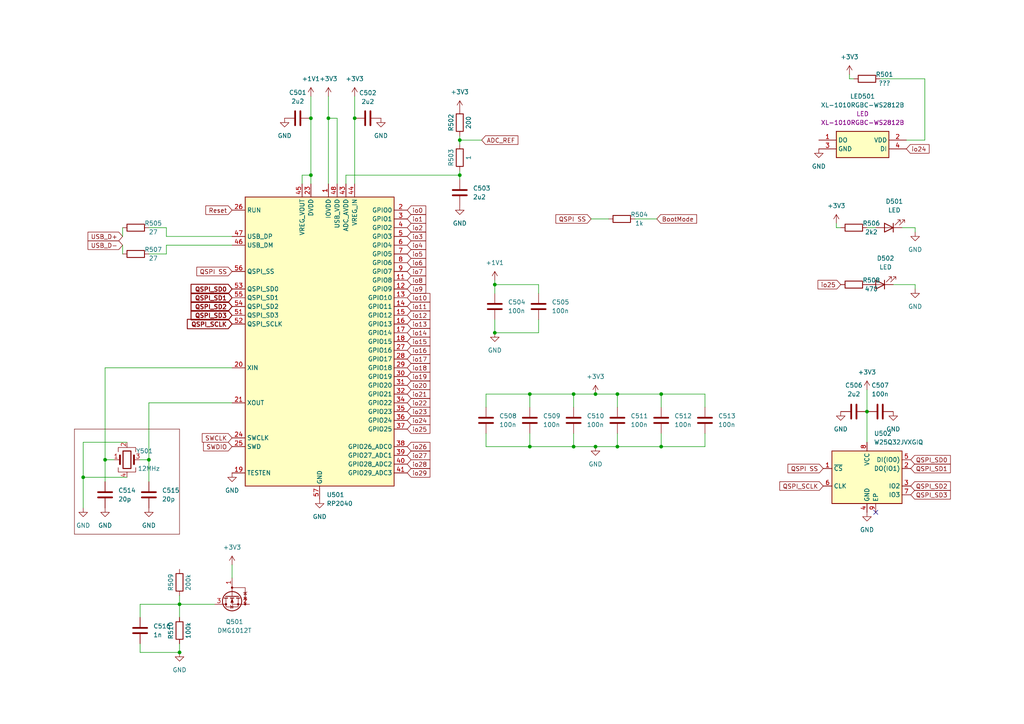
<source format=kicad_sch>
(kicad_sch (version 20211123) (generator eeschema)
  (paper "A4")
  (lib_symbols
    (symbol "Device:C" (pin_numbers hide) (pin_names (offset 0.254))
      (property "Reference" "C" (at 0.635 2.54 0))
      (property "Value" "C" (at 0.635 -2.54 0))
      (symbol "C_0_1"
        (polyline (pts (xy -2.032 -0.762) (xy 2.032 -0.762)) (stroke (width 0.508)))
        (polyline (pts (xy -2.032 0.762) (xy 2.032 0.762)) (stroke (width 0.508)))
      )
      (symbol "C_1_1"
        (pin passive line (at 0 3.81 270) (length 2.794) (name "~") (number "1"))
        (pin passive line (at 0 -3.81 90) (length 2.794) (name "~") (number "2"))
      )
    )
    (symbol "Device:Crystal_GND24" (pin_names (offset 1.016) hide)
      (property "Reference" "Y" (at 3.175 5.08 0))
      (property "Value" "Crystal_GND24" (at 3.175 3.175 0))
      (symbol "Crystal_GND24_0_1"
        (rectangle (start -1.143 2.54) (end 1.143 -2.54) (stroke (width 0.3048)))
        (polyline (pts (xy -2.54 0) (xy -2.032 0)))
        (polyline (pts (xy -2.032 -1.27) (xy -2.032 1.27)) (stroke (width 0.508)))
        (polyline (pts (xy 0 -3.81) (xy 0 -3.556)))
        (polyline (pts (xy 0 3.556) (xy 0 3.81)))
        (polyline (pts (xy 2.032 -1.27) (xy 2.032 1.27)) (stroke (width 0.508)))
        (polyline (pts (xy 2.032 0) (xy 2.54 0)))
        (polyline (pts (xy -2.54 -2.286) (xy -2.54 -3.556) (xy 2.54 -3.556) (xy 2.54 -2.286)))
        (polyline (pts (xy -2.54 2.286) (xy -2.54 3.556) (xy 2.54 3.556) (xy 2.54 2.286)))
      )
      (symbol "Crystal_GND24_1_1"
        (pin passive line (at -3.81 0 0) (length 1.27) (name "1") (number "1"))
        (pin passive line (at 0 5.08 270) (length 1.27) (name "2") (number "2"))
        (pin passive line (at 3.81 0 180) (length 1.27) (name "3") (number "3"))
        (pin passive line (at 0 -5.08 90) (length 1.27) (name "4") (number "4"))
      )
    )
    (symbol "Device:LED" (pin_numbers hide) (pin_names (offset 1.016) hide)
      (property "Reference" "D" (at 0 2.54 0))
      (property "Value" "LED" (at 0 -2.54 0))
      (symbol "LED_0_1"
        (polyline (pts (xy -1.27 -1.27) (xy -1.27 1.27)) (stroke (width 0.254)))
        (polyline (pts (xy -1.27 0) (xy 1.27 0)))
        (polyline (pts (xy 1.27 -1.27) (xy 1.27 1.27) (xy -1.27 0) (xy 1.27 -1.27)) (stroke (width 0.254)))
        (polyline (pts (xy -3.048 -0.762) (xy -4.572 -2.286) (xy -3.81 -2.286) (xy -4.572 -2.286) (xy -4.572 -1.524)))
        (polyline (pts (xy -1.778 -0.762) (xy -3.302 -2.286) (xy -2.54 -2.286) (xy -3.302 -2.286) (xy -3.302 -1.524)))
      )
      (symbol "LED_1_1"
        (pin passive line (at -3.81 0 0) (length 2.54) (name "K") (number "1"))
        (pin passive line (at 3.81 0 180) (length 2.54) (name "A") (number "2"))
      )
    )
    (symbol "Device:R" (pin_numbers hide) (pin_names (offset 0))
      (property "Reference" "R" (at 2.032 0 90))
      (property "Value" "R" (at 0 0 90))
      (symbol "R_0_1"
        (rectangle (start -1.016 -2.54) (end 1.016 2.54) (stroke (width 0.254)))
      )
      (symbol "R_1_1"
        (pin passive line (at 0 3.81 270) (length 1.27) (name "~") (number "1"))
        (pin passive line (at 0 -3.81 90) (length 1.27) (name "~") (number "2"))
      )
    )
    (symbol "MCU_RaspberryPi:RP2040"
      (property "Reference" "U" (at 17.78 45.72 0))
      (property "Value" "RP2040" (at 17.78 43.18 0))
      (symbol "RP2040_0_1"
        (rectangle (start -21.59 41.91) (end 21.59 -41.91) (stroke (width 0.254)) (fill (type background)))
      )
      (symbol "RP2040_1_1"
        (pin power_in line (at 2.54 45.72 270) (length 3.81) (name "IOVDD") (number "1"))
        (pin passive line (at 2.54 45.72 270) (length 3.81) hide (name "IOVDD") (number "10"))
        (pin bidirectional line (at 25.4 17.78 180) (length 3.81) (name "GPIO8") (number "11"))
        (pin bidirectional line (at 25.4 15.24 180) (length 3.81) (name "GPIO9") (number "12"))
        (pin bidirectional line (at 25.4 12.7 180) (length 3.81) (name "GPIO10") (number "13"))
        (pin bidirectional line (at 25.4 10.16 180) (length 3.81) (name "GPIO11") (number "14"))
        (pin bidirectional line (at 25.4 7.62 180) (length 3.81) (name "GPIO12") (number "15"))
        (pin bidirectional line (at 25.4 5.08 180) (length 3.81) (name "GPIO13") (number "16"))
        (pin bidirectional line (at 25.4 2.54 180) (length 3.81) (name "GPIO14") (number "17"))
        (pin bidirectional line (at 25.4 0 180) (length 3.81) (name "GPIO15") (number "18"))
        (pin input line (at -25.4 -38.1 0) (length 3.81) (name "TESTEN") (number "19"))
        (pin bidirectional line (at 25.4 38.1 180) (length 3.81) (name "GPIO0") (number "2"))
        (pin input line (at -25.4 -7.62 0) (length 3.81) (name "XIN") (number "20"))
        (pin passive line (at -25.4 -17.78 0) (length 3.81) (name "XOUT") (number "21"))
        (pin passive line (at 2.54 45.72 270) (length 3.81) hide (name "IOVDD") (number "22"))
        (pin power_in line (at -2.54 45.72 270) (length 3.81) (name "DVDD") (number "23"))
        (pin output line (at -25.4 -27.94 0) (length 3.81) (name "SWCLK") (number "24"))
        (pin bidirectional line (at -25.4 -30.48 0) (length 3.81) (name "SWD") (number "25"))
        (pin input line (at -25.4 38.1 0) (length 3.81) (name "RUN") (number "26"))
        (pin bidirectional line (at 25.4 -2.54 180) (length 3.81) (name "GPIO16") (number "27"))
        (pin bidirectional line (at 25.4 -5.08 180) (length 3.81) (name "GPIO17") (number "28"))
        (pin bidirectional line (at 25.4 -7.62 180) (length 3.81) (name "GPIO18") (number "29"))
        (pin bidirectional line (at 25.4 35.56 180) (length 3.81) (name "GPIO1") (number "3"))
        (pin bidirectional line (at 25.4 -10.16 180) (length 3.81) (name "GPIO19") (number "30"))
        (pin bidirectional line (at 25.4 -12.7 180) (length 3.81) (name "GPIO20") (number "31"))
        (pin bidirectional line (at 25.4 -15.24 180) (length 3.81) (name "GPIO21") (number "32"))
        (pin passive line (at 2.54 45.72 270) (length 3.81) hide (name "IOVDD") (number "33"))
        (pin bidirectional line (at 25.4 -17.78 180) (length 3.81) (name "GPIO22") (number "34"))
        (pin bidirectional line (at 25.4 -20.32 180) (length 3.81) (name "GPIO23") (number "35"))
        (pin bidirectional line (at 25.4 -22.86 180) (length 3.81) (name "GPIO24") (number "36"))
        (pin bidirectional line (at 25.4 -25.4 180) (length 3.81) (name "GPIO25") (number "37"))
        (pin bidirectional line (at 25.4 -30.48 180) (length 3.81) (name "GPIO26_ADC0") (number "38"))
        (pin bidirectional line (at 25.4 -33.02 180) (length 3.81) (name "GPIO27_ADC1") (number "39"))
        (pin bidirectional line (at 25.4 33.02 180) (length 3.81) (name "GPIO2") (number "4"))
        (pin bidirectional line (at 25.4 -35.56 180) (length 3.81) (name "GPIO28_ADC2") (number "40"))
        (pin bidirectional line (at 25.4 -38.1 180) (length 3.81) (name "GPIO29_ADC3") (number "41"))
        (pin passive line (at 2.54 45.72 270) (length 3.81) hide (name "IOVDD") (number "42"))
        (pin power_in line (at 7.62 45.72 270) (length 3.81) (name "ADC_AVDD") (number "43"))
        (pin power_in line (at 10.16 45.72 270) (length 3.81) (name "VREG_IN") (number "44"))
        (pin power_out line (at -5.08 45.72 270) (length 3.81) (name "VREG_VOUT") (number "45"))
        (pin bidirectional line (at -25.4 27.94 0) (length 3.81) (name "USB_DM") (number "46"))
        (pin bidirectional line (at -25.4 30.48 0) (length 3.81) (name "USB_DP") (number "47"))
        (pin power_in line (at 5.08 45.72 270) (length 3.81) (name "USB_VDD") (number "48"))
        (pin passive line (at 2.54 45.72 270) (length 3.81) hide (name "IOVDD") (number "49"))
        (pin bidirectional line (at 25.4 30.48 180) (length 3.81) (name "GPIO3") (number "5"))
        (pin passive line (at -2.54 45.72 270) (length 3.81) hide (name "DVDD") (number "50"))
        (pin bidirectional line (at -25.4 7.62 0) (length 3.81) (name "QSPI_SD3") (number "51"))
        (pin output line (at -25.4 5.08 0) (length 3.81) (name "QSPI_SCLK") (number "52"))
        (pin bidirectional line (at -25.4 15.24 0) (length 3.81) (name "QSPI_SD0") (number "53"))
        (pin bidirectional line (at -25.4 10.16 0) (length 3.81) (name "QSPI_SD2") (number "54"))
        (pin bidirectional line (at -25.4 12.7 0) (length 3.81) (name "QSPI_SD1") (number "55"))
        (pin bidirectional line (at -25.4 20.32 0) (length 3.81) (name "QSPI_SS") (number "56"))
        (pin power_in line (at 0 -45.72 90) (length 3.81) (name "GND") (number "57"))
        (pin bidirectional line (at 25.4 27.94 180) (length 3.81) (name "GPIO4") (number "6"))
        (pin bidirectional line (at 25.4 25.4 180) (length 3.81) (name "GPIO5") (number "7"))
        (pin bidirectional line (at 25.4 22.86 180) (length 3.81) (name "GPIO6") (number "8"))
        (pin bidirectional line (at 25.4 20.32 180) (length 3.81) (name "GPIO7") (number "9"))
      )
    )
    (symbol "Memory_Flash:W25Q32JVZP"
      (property "Reference" "U" (at -8.89 8.89 0))
      (property "Value" "W25Q32JVZP" (at 7.62 8.89 0))
      (symbol "W25Q32JVZP_0_1"
        (rectangle (start -10.16 7.62) (end 10.16 -7.62) (stroke (width 0.254)) (fill (type background)))
      )
      (symbol "W25Q32JVZP_1_1"
        (pin input line (at -12.7 2.54 0) (length 2.54) (name "~{CS}") (number "1"))
        (pin bidirectional line (at 12.7 2.54 180) (length 2.54) (name "DO(IO1)") (number "2"))
        (pin bidirectional line (at 12.7 -2.54 180) (length 2.54) (name "IO2") (number "3"))
        (pin power_in line (at 0 -10.16 90) (length 2.54) (name "GND") (number "4"))
        (pin bidirectional line (at 12.7 5.08 180) (length 2.54) (name "DI(IO0)") (number "5"))
        (pin input line (at -12.7 -2.54 0) (length 2.54) (name "CLK") (number "6"))
        (pin bidirectional line (at 12.7 -5.08 180) (length 2.54) (name "IO3") (number "7"))
        (pin power_in line (at 0 10.16 270) (length 2.54) (name "VCC") (number "8"))
        (pin passive line (at 2.54 -10.16 90) (length 2.54) (name "EP") (number "9"))
      )
    )
    (symbol "Transistor_FET:DMG1012T" (pin_names (offset 0) hide)
      (property "Reference" "Q" (at 5.08 1.905 0))
      (property "Value" "DMG1012T" (at 5.08 0 0))
      (symbol "DMG1012T_0_1"
        (polyline (pts (xy 2.54 -3.81) (xy -2.286 -3.81) (xy -2.286 0)))
      )
      (symbol "DMG1012T_1_1"
        (circle (center -2.286 0) (radius 0.254) (fill (type outline)))
        (polyline (pts (xy 0.254 0) (xy -2.54 0)))
        (polyline (pts (xy 0.254 1.905) (xy 0.254 -1.905)) (stroke (width 0.254)))
        (polyline (pts (xy 0.762 -1.27) (xy 0.762 -2.286)) (stroke (width 0.254)))
        (polyline (pts (xy 0.762 0.508) (xy 0.762 -0.508)) (stroke (width 0.254)))
        (polyline (pts (xy 0.762 2.286) (xy 0.762 1.27)) (stroke (width 0.254)))
        (polyline (pts (xy 2.54 2.54) (xy 2.54 1.778)))
        (polyline (pts (xy 2.54 -2.54) (xy 2.54 0) (xy 0.762 0)))
        (polyline (pts (xy -1.016 -4.318) (xy -0.889 -4.191) (xy -0.889 -3.429) (xy -0.762 -3.302)))
        (polyline (pts (xy -0.889 -3.81) (xy -0.254 -4.191) (xy -0.254 -3.429) (xy -0.889 -3.81)))
        (polyline (pts (xy 0.762 -1.778) (xy 3.302 -1.778) (xy 3.302 1.778) (xy 0.762 1.778)))
        (polyline (pts (xy 1.016 0) (xy 2.032 0.381) (xy 2.032 -0.381) (xy 1.016 0)) (fill (type outline)))
        (polyline (pts (xy 1.143 -3.81) (xy 0.508 -3.429) (xy 0.508 -4.191) (xy 1.143 -3.81)))
        (polyline (pts (xy 1.27 -3.302) (xy 1.143 -3.429) (xy 1.143 -4.191) (xy 1.016 -4.318)))
        (polyline (pts (xy 2.794 0.508) (xy 2.921 0.381) (xy 3.683 0.381) (xy 3.81 0.254)))
        (polyline (pts (xy 3.302 0.381) (xy 2.921 -0.254) (xy 3.683 -0.254) (xy 3.302 0.381)))
        (circle (center 1.651 0) (radius 2.794) (stroke (width 0.254)))
        (circle (center 2.54 -3.81) (radius 0.254) (fill (type outline)))
        (circle (center 2.54 -1.778) (radius 0.254) (fill (type outline)))
        (circle (center 2.54 1.778) (radius 0.254) (fill (type outline)))
        (pin input line (at -5.08 0 0) (length 2.54) (name "G") (number "1"))
        (pin passive line (at 2.54 -5.08 90) (length 2.54) (name "S") (number "2"))
        (pin passive line (at 2.54 5.08 270) (length 2.54) (name "D") (number "3"))
      )
    )
    (symbol "XL-1010RGBC-WS2812B:XL-1010RGBC-WS2812B"
      (property "Value" "XL-1010RGBC-WS2812B" (at 0 0 0))
      (property "Reference_1" "LED" (at 21.59 7.62 0))
      (property "Value_1" "XL-1010RGBC-WS2812B" (at 21.59 5.08 0))
      (symbol "XL-1010RGBC-WS2812B_1_1"
        (rectangle (start 5.08 2.54) (end 20.32 -5.08) (stroke (width 0.254)) (fill (type background)))
        (pin passive line (at 0 0 0) (length 5.08) (name "DO") (number "1"))
        (pin passive line (at 25.4 0 180) (length 5.08) (name "VDD") (number "2"))
        (pin passive line (at 0 -2.54 0) (length 5.08) (name "GND") (number "3"))
        (pin passive line (at 25.4 -2.54 180) (length 5.08) (name "DI") (number "4"))
      )
    )
    (symbol "power:+1V1" (power) (pin_names (offset 0))
      (property "Value" "+1V1" (at 0 3.556 0))
      (symbol "+1V1_0_1"
        (polyline (pts (xy -0.762 1.27) (xy 0 2.54)))
        (polyline (pts (xy 0 0) (xy 0 2.54)))
        (polyline (pts (xy 0 2.54) (xy 0.762 1.27)))
      )
      (symbol "+1V1_1_1"
        (pin power_in line (at 0 0 90) (length 0) hide (name "+1V1") (number "1"))
      )
    )
    (symbol "power:+3V3" (power) (pin_names (offset 0))
      (property "Value" "+3V3" (at 0 3.556 0))
      (symbol "+3V3_0_1"
        (polyline (pts (xy -0.762 1.27) (xy 0 2.54)))
        (polyline (pts (xy 0 0) (xy 0 2.54)))
        (polyline (pts (xy 0 2.54) (xy 0.762 1.27)))
      )
      (symbol "+3V3_1_1"
        (pin power_in line (at 0 0 90) (length 0) hide (name "+3V3") (number "1"))
      )
    )
    (symbol "power:GND" (power) (pin_names (offset 0))
      (property "Value" "GND" (at 0 -3.81 0))
      (symbol "GND_0_1"
        (polyline (pts (xy 0 0) (xy 0 -1.27) (xy 1.27 -1.27) (xy 0 -2.54) (xy -1.27 -1.27) (xy 0 -1.27)))
      )
      (symbol "GND_1_1"
        (pin power_in line (at 0 0 270) (length 0) hide (name "GND") (number "1"))
      )
    )
  )
  (junction (at 166.37 114.3))
  (junction (at 52.07 189.23))
  (junction (at 143.51 82.55))
  (junction (at 133.35 40.64))
  (junction (at 191.77 114.3))
  (junction (at 172.72 114.3))
  (junction (at 153.67 129.54))
  (junction (at 95.25 34.29))
  (junction (at 133.35 50.8))
  (junction (at 90.17 34.29))
  (junction (at 102.87 34.29))
  (junction (at 166.37 129.54))
  (junction (at 90.17 50.8))
  (junction (at 179.07 114.3))
  (junction (at 153.67 114.3))
  (junction (at 24.13 138.43))
  (junction (at 191.77 129.54))
  (junction (at 179.07 129.54))
  (junction (at 30.48 133.35))
  (junction (at 172.72 129.54))
  (junction (at 143.51 96.52))
  (junction (at 52.07 175.26))
  (junction (at 43.18 133.35))
  (junction (at 251.46 119.38))
  (no_connect (at 254 148.59))
  (wire (pts (xy 48.26 71.12) (xy 67.31 71.12)))
  (wire (pts (xy 67.31 106.68) (xy 30.48 106.68)))
  (wire (pts (xy 259.08 82.55) (xy 265.43 82.55)))
  (wire (pts (xy 204.47 114.3) (xy 191.77 114.3)))
  (wire (pts (xy 153.67 129.54) (xy 166.37 129.54)))
  (wire (pts (xy 62.23 175.26) (xy 52.07 175.26)))
  (wire (pts (xy 156.21 96.52) (xy 143.51 96.52)))
  (wire (pts (xy 255.27 22.86) (xy 268.2355 22.86)))
  (wire (pts (xy 268.2355 22.86) (xy 268.2355 40.64)))
  (wire (pts (xy 133.35 49.53) (xy 133.35 50.8)))
  (wire (pts (xy 204.47 118.11) (xy 204.47 114.3)))
  (wire (pts (xy 191.77 125.73) (xy 191.77 129.54)))
  (wire (pts (xy 97.79 53.34) (xy 97.79 34.29)))
  (wire (pts (xy 67.31 116.84) (xy 43.18 116.84)))
  (wire (pts (xy 102.87 27.94) (xy 102.87 34.29)))
  (wire (pts (xy 52.07 175.26) (xy 52.07 172.72)))
  (wire (pts (xy 254 66.04) (xy 251.46 66.04)))
  (wire (pts (xy 30.48 133.35) (xy 33.02 133.35)))
  (wire (pts (xy 143.51 82.55) (xy 143.51 85.09)))
  (wire (pts (xy 90.17 50.8) (xy 87.63 50.8)))
  (polyline (pts (xy 21.59 124.46) (xy 21.59 154.94)) (stroke (width 0) (type solid) (color 127 31 31 1)))
  (wire (pts (xy 191.77 114.3) (xy 191.77 118.11)))
  (wire (pts (xy 43.18 73.66) (xy 48.26 73.66)))
  (wire (pts (xy 179.07 114.3) (xy 179.07 118.11)))
  (wire (pts (xy 166.37 125.73) (xy 166.37 129.54)))
  (wire (pts (xy 261.62 66.04) (xy 265.43 66.04)))
  (wire (pts (xy 265.43 82.55) (xy 265.43 83.82)))
  (wire (pts (xy 67.31 163.83) (xy 67.31 167.64)))
  (wire (pts (xy 90.17 34.29) (xy 90.17 50.8)))
  (wire (pts (xy 191.77 129.54) (xy 204.47 129.54)))
  (wire (pts (xy 140.97 118.11) (xy 140.97 114.3)))
  (polyline (pts (xy 21.59 124.46) (xy 52.07 124.46)) (stroke (width 0) (type solid) (color 127 31 31 1)))
  (wire (pts (xy 100.33 50.8) (xy 133.35 50.8)))
  (wire (pts (xy 87.63 50.8) (xy 87.63 53.34)))
  (wire (pts (xy 133.35 39.37) (xy 133.35 40.64)))
  (wire (pts (xy 40.64 189.23) (xy 52.07 189.23)))
  (wire (pts (xy 246.38 22.86) (xy 247.65 22.86)))
  (wire (pts (xy 100.33 50.8) (xy 100.33 53.34)))
  (wire (pts (xy 35.56 71.12) (xy 35.56 73.66)))
  (wire (pts (xy 43.18 66.04) (xy 48.26 66.04)))
  (wire (pts (xy 172.72 129.54) (xy 179.07 129.54)))
  (wire (pts (xy 171.45 63.5) (xy 176.53 63.5)))
  (wire (pts (xy 48.26 66.04) (xy 48.26 68.58)))
  (wire (pts (xy 48.26 73.66) (xy 48.26 71.12)))
  (wire (pts (xy 24.13 128.27) (xy 24.13 138.43)))
  (wire (pts (xy 102.87 34.29) (xy 102.87 53.34)))
  (wire (pts (xy 30.48 133.35) (xy 30.48 139.7)))
  (wire (pts (xy 179.07 125.73) (xy 179.07 129.54)))
  (wire (pts (xy 133.35 50.8) (xy 133.35 52.07)))
  (wire (pts (xy 36.83 138.43) (xy 24.13 138.43)))
  (wire (pts (xy 36.83 128.27) (xy 24.13 128.27)))
  (wire (pts (xy 90.17 50.8) (xy 90.17 53.34)))
  (wire (pts (xy 48.26 68.58) (xy 67.31 68.58)))
  (wire (pts (xy 242.57 66.04) (xy 243.84 66.04)))
  (wire (pts (xy 265.43 66.04) (xy 265.43 67.31)))
  (wire (pts (xy 40.64 175.26) (xy 52.07 175.26)))
  (wire (pts (xy 133.35 40.64) (xy 139.7 40.64)))
  (wire (pts (xy 172.72 114.3) (xy 179.07 114.3)))
  (wire (pts (xy 24.13 138.43) (xy 24.13 147.32)))
  (wire (pts (xy 52.07 175.26) (xy 52.07 179.07)))
  (wire (pts (xy 133.35 40.64) (xy 133.35 41.91)))
  (polyline (pts (xy 52.07 154.94) (xy 52.07 124.46)) (stroke (width 0) (type solid) (color 127 31 31 1)))
  (wire (pts (xy 166.37 114.3) (xy 172.72 114.3)))
  (wire (pts (xy 153.67 114.3) (xy 153.67 118.11)))
  (wire (pts (xy 97.79 34.29) (xy 95.25 34.29)))
  (wire (pts (xy 246.38 21.59) (xy 246.38 22.86)))
  (wire (pts (xy 140.97 129.54) (xy 153.67 129.54)))
  (wire (pts (xy 143.51 81.28) (xy 143.51 82.55)))
  (wire (pts (xy 251.46 119.38) (xy 251.46 128.27)))
  (wire (pts (xy 95.25 27.94) (xy 95.25 34.29)))
  (wire (pts (xy 40.64 179.07) (xy 40.64 175.26)))
  (wire (pts (xy 204.47 129.54) (xy 204.47 125.73)))
  (wire (pts (xy 156.21 82.55) (xy 143.51 82.55)))
  (wire (pts (xy 153.67 114.3) (xy 166.37 114.3)))
  (wire (pts (xy 179.07 114.3) (xy 191.77 114.3)))
  (polyline (pts (xy 21.59 154.94) (xy 52.07 154.94)) (stroke (width 0) (type solid) (color 127 31 31 1)))
  (wire (pts (xy 153.67 125.73) (xy 153.67 129.54)))
  (wire (pts (xy 140.97 125.73) (xy 140.97 129.54)))
  (wire (pts (xy 95.25 34.29) (xy 95.25 53.34)))
  (wire (pts (xy 52.07 189.23) (xy 52.07 186.69)))
  (wire (pts (xy 140.97 114.3) (xy 153.67 114.3)))
  (wire (pts (xy 43.18 116.84) (xy 43.18 133.35)))
  (wire (pts (xy 40.64 133.35) (xy 43.18 133.35)))
  (wire (pts (xy 242.57 64.77) (xy 242.57 66.04)))
  (wire (pts (xy 166.37 129.54) (xy 172.72 129.54)))
  (wire (pts (xy 143.51 96.52) (xy 143.51 92.71)))
  (wire (pts (xy 156.21 92.71) (xy 156.21 96.52)))
  (wire (pts (xy 184.15 63.5) (xy 190.5 63.5)))
  (wire (pts (xy 90.17 27.94) (xy 90.17 34.29)))
  (wire (pts (xy 166.37 114.3) (xy 166.37 118.11)))
  (wire (pts (xy 35.56 66.04) (xy 35.56 68.58)))
  (wire (pts (xy 179.07 129.54) (xy 191.77 129.54)))
  (wire (pts (xy 251.46 113.03) (xy 251.46 119.38)))
  (wire (pts (xy 268.2355 40.64) (xy 262.89 40.64)))
  (wire (pts (xy 156.21 85.09) (xy 156.21 82.55)))
  (wire (pts (xy 30.48 106.68) (xy 30.48 133.35)))
  (wire (pts (xy 43.18 133.35) (xy 43.18 139.7)))
  (wire (pts (xy 40.64 186.69) (xy 40.64 189.23)))
  (global_label "io5" (shape input) (at 118.11 73.66 0) (property "Intersheet References" "${INTERSHEET_REFS}" (effects hide)))
  (global_label "QSPI_SD3" (shape input) (at 67.31 91.44 180) (effects (font (thickness 0.254) bold)) (property "Intersheet References" "${INTERSHEET_REFS}" (effects hide)))
  (global_label "SWCLK" (shape input) (at 67.31 127 180) (property "Intersheet References" "${INTERSHEET_REFS}" (effects hide)))
  (global_label "io13" (shape input) (at 118.11 93.98 0) (property "Intersheet References" "${INTERSHEET_REFS}" (effects hide)))
  (global_label "io27" (shape input) (at 118.11 132.08 0) (property "Intersheet References" "${INTERSHEET_REFS}" (effects hide)))
  (global_label "Reset" (shape input) (at 67.31 60.96 180) (property "Intersheet References" "${INTERSHEET_REFS}" (effects hide)))
  (global_label "io7" (shape input) (at 118.11 78.74 0) (property "Intersheet References" "${INTERSHEET_REFS}" (effects hide)))
  (global_label "io29" (shape input) (at 118.11 137.16 0) (property "Intersheet References" "${INTERSHEET_REFS}" (effects hide)))
  (global_label "io11" (shape input) (at 118.11 88.9 0) (property "Intersheet References" "${INTERSHEET_REFS}" (effects hide)))
  (global_label "io24" (shape input) (at 118.11 121.92 0) (property "Intersheet References" "${INTERSHEET_REFS}" (effects hide)))
  (global_label "io23" (shape input) (at 118.11 119.38 0) (property "Intersheet References" "${INTERSHEET_REFS}" (effects hide)))
  (global_label "QSPI_SD3" (shape input) (at 264.16 143.51 0) (property "Intersheet References" "${INTERSHEET_REFS}" (effects hide)))
  (global_label "io4" (shape input) (at 118.11 71.12 0) (property "Intersheet References" "${INTERSHEET_REFS}" (effects hide)))
  (global_label "io14" (shape input) (at 118.11 96.52 0) (property "Intersheet References" "${INTERSHEET_REFS}" (effects hide)))
  (global_label "io25" (shape input) (at 243.84 82.55 180) (property "Intersheet References" "${INTERSHEET_REFS}" (effects hide)))
  (global_label "io9" (shape input) (at 118.11 83.82 0) (property "Intersheet References" "${INTERSHEET_REFS}" (effects hide)))
  (global_label "QSPI_SD0" (shape input) (at 264.16 133.35 0) (property "Intersheet References" "${INTERSHEET_REFS}" (effects hide)))
  (global_label "io28" (shape input) (at 118.11 134.62 0) (property "Intersheet References" "${INTERSHEET_REFS}" (effects hide)))
  (global_label "QSPI_SD2" (shape input) (at 67.31 88.9 180) (effects (font (thickness 0.254) bold)) (property "Intersheet References" "${INTERSHEET_REFS}" (effects hide)))
  (global_label "QSPI SS" (shape input) (at 171.45 63.5 180) (property "Intersheet References" "${INTERSHEET_REFS}" (effects hide)))
  (global_label "io16" (shape input) (at 118.11 101.6 0) (property "Intersheet References" "${INTERSHEET_REFS}" (effects hide)))
  (global_label "io10" (shape input) (at 118.11 86.36 0) (property "Intersheet References" "${INTERSHEET_REFS}" (effects hide)))
  (global_label "io22" (shape input) (at 118.11 116.84 0) (property "Intersheet References" "${INTERSHEET_REFS}" (effects hide)))
  (global_label "io6" (shape input) (at 118.11 76.2 0) (property "Intersheet References" "${INTERSHEET_REFS}" (effects hide)))
  (global_label "io20" (shape input) (at 118.11 111.76 0) (property "Intersheet References" "${INTERSHEET_REFS}" (effects hide)))
  (global_label "io2" (shape input) (at 118.11 66.04 0) (property "Intersheet References" "${INTERSHEET_REFS}" (effects hide)))
  (global_label "io19" (shape input) (at 118.11 109.22 0) (property "Intersheet References" "${INTERSHEET_REFS}" (effects hide)))
  (global_label "io26" (shape input) (at 118.11 129.54 0) (property "Intersheet References" "${INTERSHEET_REFS}" (effects hide)))
  (global_label "ADC_REF" (shape input) (at 139.7 40.64 0) (property "Intersheet References" "${INTERSHEET_REFS}" (effects hide)))
  (global_label "io18" (shape input) (at 118.11 106.68 0) (property "Intersheet References" "${INTERSHEET_REFS}" (effects hide)))
  (global_label "QSPI_SCLK" (shape input) (at 67.31 93.98 180) (effects (font (thickness 0.254) bold)) (property "Intersheet References" "${INTERSHEET_REFS}" (effects hide)))
  (global_label "QSPI SS" (shape input) (at 67.31 78.74 180) (property "Intersheet References" "${INTERSHEET_REFS}" (effects hide)))
  (global_label "QSPI_SCLK" (shape input) (at 238.76 140.97 180) (property "Intersheet References" "${INTERSHEET_REFS}" (effects hide)))
  (global_label "io15" (shape input) (at 118.11 99.06 0) (property "Intersheet References" "${INTERSHEET_REFS}" (effects hide)))
  (global_label "USB_D+" (shape input) (at 35.56 68.58 180) (property "Intersheet References" "${INTERSHEET_REFS}" (effects hide)))
  (global_label "QSPI_SD1" (shape input) (at 264.16 135.89 0) (property "Intersheet References" "${INTERSHEET_REFS}" (effects hide)))
  (global_label "io21" (shape input) (at 118.11 114.3 0) (property "Intersheet References" "${INTERSHEET_REFS}" (effects hide)))
  (global_label "BootMode" (shape input) (at 190.5 63.5 0) (property "Intersheet References" "${INTERSHEET_REFS}" (effects hide)))
  (global_label "QSPI SS" (shape input) (at 238.76 135.89 180) (property "Intersheet References" "${INTERSHEET_REFS}" (effects hide)))
  (global_label "USB_D-" (shape input) (at 35.56 71.12 180) (property "Intersheet References" "${INTERSHEET_REFS}" (effects hide)))
  (global_label "io1" (shape input) (at 118.11 63.5 0) (property "Intersheet References" "${INTERSHEET_REFS}" (effects hide)))
  (global_label "QSPI_SD0" (shape input) (at 67.31 83.82 180) (effects (font (thickness 0.254) bold)) (property "Intersheet References" "${INTERSHEET_REFS}" (effects hide)))
  (global_label "QSPI_SD1" (shape input) (at 67.31 86.36 180) (effects (font (thickness 0.254) bold)) (property "Intersheet References" "${INTERSHEET_REFS}" (effects hide)))
  (global_label "io3" (shape input) (at 118.11 68.58 0) (property "Intersheet References" "${INTERSHEET_REFS}" (effects hide)))
  (global_label "io25" (shape input) (at 118.11 124.46 0) (property "Intersheet References" "${INTERSHEET_REFS}" (effects hide)))
  (global_label "SWDIO" (shape input) (at 67.31 129.54 180) (property "Intersheet References" "${INTERSHEET_REFS}" (effects hide)))
  (global_label "io17" (shape input) (at 118.11 104.14 0) (property "Intersheet References" "${INTERSHEET_REFS}" (effects hide)))
  (global_label "io8" (shape input) (at 118.11 81.28 0) (property "Intersheet References" "${INTERSHEET_REFS}" (effects hide)))
  (global_label "io24" (shape input) (at 262.89 43.18 0) (property "Intersheet References" "${INTERSHEET_REFS}" (effects hide)))
  (global_label "io0" (shape input) (at 118.11 60.96 0) (property "Intersheet References" "${INTERSHEET_REFS}" (effects hide)))
  (global_label "io12" (shape input) (at 118.11 91.44 0) (property "Intersheet References" "${INTERSHEET_REFS}" (effects hide)))
  (global_label "QSPI_SD2" (shape input) (at 264.16 140.97 0) (property "Intersheet References" "${INTERSHEET_REFS}" (effects hide)))
  (symbol (lib_id "Device:R") (at 247.65 66.04 90) (unit 1)
    (property "Reference" "R506" (at 252.73 64.77 90))
    (property "Value" "2k2" (at 252.73 67.31 90))
    (property "Footprint" "Resistor_SMD:R_0402_1005Metric" (effects hide))
  )
  (symbol (lib_id "power:+3V3") (at 67.31 163.83 0) (unit 1)
    (property "Reference" "#PWR0526" (effects hide))
    (property "Value" "+3V3" (at 67.31 158.75 0))
  )
  (symbol (lib_id "Memory_Flash:W25Q32JVZP") (at 251.46 138.43 0) (unit 1)
    (property "Reference" "U502" (at 253.4794 125.73 0) (effects (justify left)))
    (property "Value" "W25Q32JVXGIQ" (at 253.4794 128.27 0) (effects (justify left)))
    (property "Footprint" "tinker:SON80P400X400X50-9N" (effects hide))
    (property "Datasheet" "http://www.winbond.com/resource-files/w25q32jv%20revg%2003272018%20plus.pdf" (effects hide))
  )
  (symbol (lib_id "power:GND") (at 237.49 43.18 0) (unit 1)
    (property "Reference" "#PWR0508" (effects hide))
    (property "Value" "GND" (at 237.49 48.26 0))
  )
  (symbol (lib_id "power:+3V3") (at 95.25 27.94 0) (unit 1)
    (property "Reference" "#PWR0503" (effects hide))
    (property "Value" "+3V3" (at 95.25 22.86 0))
  )
  (symbol (lib_id "Device:R") (at 39.37 66.04 90) (unit 1)
    (property "Reference" "R505" (at 44.45 64.77 90))
    (property "Value" "27" (at 44.45 67.31 90))
    (property "Footprint" "Resistor_SMD:R_0402_1005Metric" (effects hide))
  )
  (symbol (lib_id "power:GND") (at 24.13 147.32 0) (unit 1)
    (property "Reference" "#PWR0522" (effects hide))
    (property "Value" "GND" (at 24.13 152.4 0))
  )
  (symbol (lib_id "power:GND") (at 243.84 119.38 0) (unit 1)
    (property "Reference" "#PWR0517" (effects hide))
    (property "Value" "GND" (at 243.84 124.46 0))
  )
  (symbol (lib_id "power:GND") (at 251.46 148.59 0) (unit 1)
    (property "Reference" "#PWR0525" (effects hide))
    (property "Value" "GND" (at 251.46 153.67 0))
  )
  (symbol (lib_id "Device:C") (at 140.97 121.92 0) (unit 1)
    (property "Reference" "C508" (at 144.78 120.6499 0) (effects (justify left)))
    (property "Value" "100n" (at 144.78 123.1899 0) (effects (justify left)))
    (property "Footprint" "Capacitor_SMD:C_0402_1005Metric" (effects hide))
  )
  (symbol (lib_id "Device:C") (at 191.77 121.92 0) (unit 1)
    (property "Reference" "C512" (at 195.58 120.6499 0) (effects (justify left)))
    (property "Value" "100n" (at 195.58 123.1899 0) (effects (justify left)))
    (property "Footprint" "Capacitor_SMD:C_0402_1005Metric" (effects hide))
  )
  (symbol (lib_id "power:GND") (at 52.07 189.23 0) (unit 1)
    (property "Reference" "#PWR0527" (effects hide))
    (property "Value" "GND" (at 52.07 194.31 0))
  )
  (symbol (lib_id "XL-1010RGBC-WS2812B:XL-1010RGBC-WS2812B") (at 237.49 40.64 0) (unit 1)
    (property "Reference" "LED501" (at 250.19 27.94 0))
    (property "Value" "XL-1010RGBC-WS2812B" (at 250.19 30.48 0))
    (property "Footprint" "tinker:XL1010RGBCWS2812B" (effects hide))
    (property "Reference_1" "LED" (at 250.19 33.02 0))
    (property "Value_1" "XL-1010RGBC-WS2812B" (at 250.19 35.56 0))
    (property "Footprint_1" "XL1010RGBCWS2812B" (effects hide))
    (property "Datasheet_1" "https://datasheet.lcsc.com/lcsc/2301111010_XINGLIGHT-XL-1010RGBC-WS2812B_C5349953.pdf" (effects hide))
    (property "Height" "0.8" (effects hide))
    (property "Manufacturer_Name" "XINGLIGHT" (effects hide))
    (property "Manufacturer_Part_Number" "XL-1010RGBC-WS2812B" (effects hide))
    (property "LCSC" "C5349953" (effects hide))
  )
  (symbol (lib_id "Device:C") (at 204.47 121.92 0) (unit 1)
    (property "Reference" "C513" (at 208.28 120.6499 0) (effects (justify left)))
    (property "Value" "100n" (at 208.28 123.1899 0) (effects (justify left)))
    (property "Footprint" "Capacitor_SMD:C_0402_1005Metric" (effects hide))
  )
  (symbol (lib_id "power:GND") (at 143.51 96.52 0) (unit 1)
    (property "Reference" "#PWR0514" (effects hide))
    (property "Value" "GND" (at 143.51 101.6 0))
  )
  (symbol (lib_id "power:GND") (at 30.48 147.32 0) (unit 1)
    (property "Reference" "#PWR0523" (effects hide))
    (property "Value" "GND" (at 30.48 152.4 0))
  )
  (symbol (lib_id "Device:C") (at 153.67 121.92 0) (unit 1)
    (property "Reference" "C509" (at 157.48 120.6499 0) (effects (justify left)))
    (property "Value" "100n" (at 157.48 123.1899 0) (effects (justify left)))
    (property "Footprint" "Capacitor_SMD:C_0402_1005Metric" (effects hide))
  )
  (symbol (lib_id "Device:R") (at 133.35 35.56 180) (unit 1)
    (property "Reference" "R502" (at 130.81 35.56 90))
    (property "Value" "200" (at 135.89 35.56 90))
    (property "Footprint" "Resistor_SMD:R_0402_1005Metric" (effects hide))
  )
  (symbol (lib_id "power:GND") (at 82.55 34.29 0) (unit 1)
    (property "Reference" "#PWR0506" (effects hide))
    (property "Value" "GND" (at 82.55 39.37 0))
  )
  (symbol (lib_id "Device:C") (at 166.37 121.92 0) (unit 1)
    (property "Reference" "C510" (at 170.18 120.6499 0) (effects (justify left)))
    (property "Value" "100n" (at 170.18 123.1899 0) (effects (justify left)))
    (property "Footprint" "Capacitor_SMD:C_0402_1005Metric" (effects hide))
  )
  (symbol (lib_id "Device:LED") (at 257.81 66.04 180) (unit 1)
    (property "Reference" "D501" (at 259.3975 58.42 0))
    (property "Value" "LED" (at 259.3975 60.96 0))
    (property "Footprint" "LED_SMD:LED_0402_1005Metric" (effects hide))
  )
  (symbol (lib_id "power:GND") (at 92.71 144.78 0) (unit 1)
    (property "Reference" "#PWR0521" (effects hide))
    (property "Value" "GND" (at 92.71 149.86 0))
  )
  (symbol (lib_id "power:+3V3") (at 242.57 64.77 0) (unit 1)
    (property "Reference" "#PWR0510" (effects hide))
    (property "Value" "+3V3" (at 242.57 59.69 0))
  )
  (symbol (lib_id "power:GND") (at 265.43 83.82 0) (unit 1)
    (property "Reference" "#PWR0513" (effects hide))
    (property "Value" "GND" (at 265.43 88.9 0))
  )
  (symbol (lib_id "Device:C") (at 133.35 55.88 180) (unit 1)
    (property "Reference" "C503" (at 137.16 54.6099 0) (effects (justify right)))
    (property "Value" "2u2" (at 137.16 57.1499 0) (effects (justify right)))
    (property "Footprint" "Capacitor_SMD:C_0402_1005Metric" (effects hide))
  )
  (symbol (lib_id "Device:R") (at 133.35 45.72 180) (unit 1)
    (property "Reference" "R503" (at 130.81 45.72 90))
    (property "Value" "1" (at 135.89 45.72 90))
    (property "Footprint" "Resistor_SMD:R_0402_1005Metric" (effects hide))
  )
  (symbol (lib_id "power:+3V3") (at 251.46 113.03 0) (unit 1)
    (property "Reference" "#PWR0515" (effects hide))
    (property "Value" "+3V3" (at 251.46 107.95 0))
  )
  (symbol (lib_id "power:+1V1") (at 90.17 27.94 0) (unit 1)
    (property "Reference" "#PWR0502" (effects hide))
    (property "Value" "+1V1" (at 90.17 22.86 0))
  )
  (symbol (lib_id "power:GND") (at 259.08 119.38 0) (unit 1)
    (property "Reference" "#PWR0518" (effects hide))
    (property "Value" "GND" (at 259.08 124.46 0))
  )
  (symbol (lib_id "Device:R") (at 251.46 22.86 90) (unit 1)
    (property "Reference" "R501" (at 256.54 21.59 90))
    (property "Value" "???" (at 256.54 24.13 90))
    (property "Footprint" "Resistor_SMD:R_0402_1005Metric" (effects hide))
  )
  (symbol (lib_id "Device:R") (at 180.34 63.5 90) (unit 1)
    (property "Reference" "R504" (at 185.42 62.23 90))
    (property "Value" "1k" (at 185.42 64.77 90))
    (property "Footprint" "Resistor_SMD:R_0402_1005Metric" (effects hide))
  )
  (symbol (lib_id "Device:C") (at 156.21 88.9 0) (unit 1)
    (property "Reference" "C505" (at 160.02 87.6299 0) (effects (justify left)))
    (property "Value" "100n" (at 160.02 90.1699 0) (effects (justify left)))
    (property "Footprint" "Capacitor_SMD:C_0402_1005Metric" (effects hide))
  )
  (symbol (lib_id "power:GND") (at 110.49 34.29 0) (unit 1)
    (property "Reference" "#PWR0507" (effects hide))
    (property "Value" "GND" (at 110.49 39.37 0))
  )
  (symbol (lib_id "power:GND") (at 133.35 59.69 0) (unit 1)
    (property "Reference" "#PWR0509" (effects hide))
    (property "Value" "GND" (at 133.35 64.77 0))
  )
  (symbol (lib_id "power:+3V3") (at 172.72 114.3 0) (unit 1)
    (property "Reference" "#PWR0516" (effects hide))
    (property "Value" "+3V3" (at 172.72 109.22 0))
  )
  (symbol (lib_id "Device:R") (at 52.07 182.88 180) (unit 1) (in_bom no) (on_board no)
    (property "Reference" "R510" (at 49.53 182.88 90))
    (property "Value" "100k" (at 54.61 182.88 90))
    (property "Footprint" "Resistor_SMD:R_0402_1005Metric" (effects hide))
  )
  (symbol (lib_id "power:GND") (at 43.18 147.32 0) (unit 1)
    (property "Reference" "#PWR0524" (effects hide))
    (property "Value" "GND" (at 43.18 152.4 0))
  )
  (symbol (lib_id "power:+1V1") (at 143.51 81.28 0) (unit 1)
    (property "Reference" "#PWR0512" (effects hide))
    (property "Value" "+1V1" (at 143.51 76.2 0))
  )
  (symbol (lib_id "power:+3V3") (at 246.38 21.59 0) (unit 1)
    (property "Reference" "#PWR0501" (effects hide))
    (property "Value" "+3V3" (at 246.38 16.51 0))
  )
  (symbol (lib_id "Device:Crystal_GND24") (at 36.83 133.35 0) (unit 1)
    (property "Reference" "Y501" (at 41.91 130.81 0))
    (property "Value" "12MHz" (at 43.18 135.89 0))
    (property "Footprint" "tinker:Crystal_SMD_2016-4Pin_2.0x1.6mm" (effects hide))
    (property "LCSC" "C2932954" (effects hide))
  )
  (symbol (lib_id "Device:C") (at 247.65 119.38 90) (unit 1)
    (property "Reference" "C506" (at 247.65 111.76 90))
    (property "Value" "2u2" (at 247.65 114.3 90))
    (property "Footprint" "Capacitor_SMD:C_0402_1005Metric" (effects hide))
  )
  (symbol (lib_id "Device:R") (at 247.65 82.55 90) (unit 1)
    (property "Reference" "R508" (at 252.73 81.28 90))
    (property "Value" "470" (at 252.73 83.82 90))
    (property "Footprint" "Resistor_SMD:R_0402_1005Metric" (effects hide))
  )
  (symbol (lib_id "Device:C") (at 43.18 143.51 0) (unit 1)
    (property "Reference" "C515" (at 46.99 142.2399 0) (effects (justify left)))
    (property "Value" "20p" (at 46.99 144.7799 0) (effects (justify left)))
    (property "Footprint" "Capacitor_SMD:C_0402_1005Metric" (effects hide))
    (property "LCSC" "C408549 (20pf C325469)" (effects hide))
  )
  (symbol (lib_id "Device:R") (at 52.07 168.91 180) (unit 1) (in_bom no) (on_board no)
    (property "Reference" "R509" (at 49.53 168.91 90))
    (property "Value" "200k" (at 54.61 168.91 90))
    (property "Footprint" "Resistor_SMD:R_0402_1005Metric" (effects hide))
  )
  (symbol (lib_id "power:GND") (at 172.72 129.54 0) (unit 1)
    (property "Reference" "#PWR0519" (effects hide))
    (property "Value" "GND" (at 172.72 134.62 0))
  )
  (symbol (lib_id "MCU_RaspberryPi:RP2040") (at 92.71 99.06 0) (unit 1)
    (property "Reference" "U501" (at 94.7294 143.51 0) (effects (justify left)))
    (property "Value" "RP2040" (at 94.7294 146.05 0) (effects (justify left)))
    (property "Footprint" "Package_DFN_QFN:QFN-56-1EP_7x7mm_P0.4mm_EP3.2x3.2mm_ThermalVias" (effects hide))
    (property "Datasheet" "https://datasheets.raspberrypi.com/rp2040/rp2040-datasheet.pdf" (effects hide))
  )
  (symbol (lib_id "power:+3V3") (at 102.87 27.94 0) (unit 1)
    (property "Reference" "#PWR0504" (effects hide))
    (property "Value" "+3V3" (at 102.87 22.86 0))
  )
  (symbol (lib_id "Device:C") (at 30.48 143.51 0) (unit 1)
    (property "Reference" "C514" (at 34.29 142.2399 0) (effects (justify left)))
    (property "Value" "20p" (at 34.29 144.7799 0) (effects (justify left)))
    (property "Footprint" "Capacitor_SMD:C_0402_1005Metric" (effects hide))
    (property "LCSC" "C408549 (20pf C325469)" (effects hide))
  )
  (symbol (lib_id "Device:C") (at 255.27 119.38 90) (unit 1)
    (property "Reference" "C507" (at 255.27 111.76 90))
    (property "Value" "100n" (at 255.27 114.3 90))
    (property "Footprint" "Capacitor_SMD:C_0402_1005Metric" (effects hide))
  )
  (symbol (lib_id "Device:C") (at 106.68 34.29 90) (unit 1)
    (property "Reference" "C502" (at 106.68 26.9367 90))
    (property "Value" "2u2" (at 106.68 29.4767 90))
    (property "Footprint" "Capacitor_SMD:C_0402_1005Metric" (effects hide))
  )
  (symbol (lib_id "power:+3V3") (at 133.35 31.75 0) (unit 1)
    (property "Reference" "#PWR0505" (effects hide))
    (property "Value" "+3V3" (at 133.35 26.67 0))
  )
  (symbol (lib_id "Device:C") (at 40.64 182.88 0) (unit 1) (in_bom no) (on_board no)
    (property "Reference" "C516" (at 44.45 181.6099 0) (effects (justify left)))
    (property "Value" "1n" (at 44.45 184.1499 0) (effects (justify left)))
    (property "Footprint" "Capacitor_SMD:C_0402_1005Metric" (effects hide))
  )
  (symbol (lib_id "Device:C") (at 179.07 121.92 0) (unit 1)
    (property "Reference" "C511" (at 182.88 120.6499 0) (effects (justify left)))
    (property "Value" "100n" (at 182.88 123.1899 0) (effects (justify left)))
    (property "Footprint" "Capacitor_SMD:C_0402_1005Metric" (effects hide))
  )
  (symbol (lib_id "Device:C") (at 143.51 88.9 0) (unit 1)
    (property "Reference" "C504" (at 147.32 87.6299 0) (effects (justify left)))
    (property "Value" "100n" (at 147.32 90.1699 0) (effects (justify left)))
    (property "Footprint" "Capacitor_SMD:C_0402_1005Metric" (effects hide))
  )
  (symbol (lib_id "power:GND") (at 265.43 67.31 0) (unit 1)
    (property "Reference" "#PWR0511" (effects hide))
    (property "Value" "GND" (at 265.43 72.39 0))
  )
  (symbol (lib_id "Device:R") (at 39.37 73.66 90) (unit 1)
    (property "Reference" "R507" (at 44.45 72.39 90))
    (property "Value" "27" (at 44.45 74.93 90))
    (property "Footprint" "Resistor_SMD:R_0402_1005Metric" (effects hide))
  )
  (symbol (lib_id "Device:C") (at 86.36 34.29 90) (unit 1)
    (property "Reference" "C501" (at 86.36 26.8452 90))
    (property "Value" "2u2" (at 86.36 29.3852 90))
    (property "Footprint" "Capacitor_SMD:C_0402_1005Metric" (effects hide))
  )
  (symbol (lib_id "Transistor_FET:DMG1012T") (at 67.31 172.72 90) (mirror x) (unit 1) (in_bom no) (on_board no)
    (property "Reference" "Q501" (at 68.0085 180.34 90))
    (property "Value" "DMG1012T" (at 68.0085 182.88 90))
    (property "Footprint" "Package_TO_SOT_SMD:SOT-523" (effects hide))
    (property "Datasheet" "https://www.diodes.com/assets/Datasheets/ds31783.pdf" (effects hide))
  )
  (symbol (lib_id "power:GND") (at 67.31 137.16 0) (unit 1)
    (property "Reference" "#PWR0520" (effects hide))
    (property "Value" "GND" (at 67.31 142.24 0))
  )
  (symbol (lib_id "Device:LED") (at 255.27 82.55 180) (unit 1)
    (property "Reference" "D502" (at 256.8575 74.93 0))
    (property "Value" "LED" (at 256.8575 77.47 0))
    (property "Footprint" "LED_SMD:LED_0402_1005Metric" (effects hide))
  )
)
</source>
